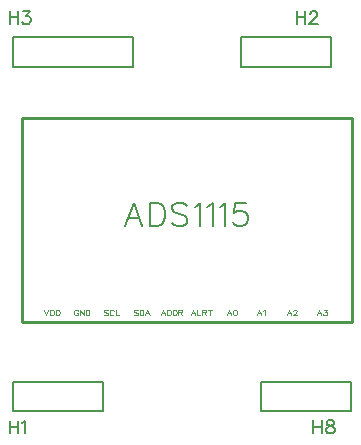
<source format=gto>
G04 Layer: TopSilkscreenLayer*
G04 EasyEDA v6.5.34, 2023-08-29 10:19:29*
G04 49c1189aaea244c0bf5c0b9dc7b8a4ca,07f4848b7c094117bb63b494a1dfdd33,10*
G04 Gerber Generator version 0.2*
G04 Scale: 100 percent, Rotated: No, Reflected: No *
G04 Dimensions in millimeters *
G04 leading zeros omitted , absolute positions ,4 integer and 5 decimal *
%FSLAX45Y45*%
%MOMM*%

%ADD10C,0.2032*%
%ADD11C,0.1016*%
%ADD12C,0.1524*%
%ADD13C,0.2540*%
%ADD14C,0.2030*%
%ADD15C,0.0161*%

%LPD*%
D10*
X4722113Y4345178D02*
G01*
X4648200Y4151376D01*
X4722113Y4345178D02*
G01*
X4796027Y4151376D01*
X4675886Y4215892D02*
G01*
X4768341Y4215892D01*
X4856988Y4345178D02*
G01*
X4856988Y4151376D01*
X4856988Y4345178D02*
G01*
X4921504Y4345178D01*
X4949190Y4336034D01*
X4967731Y4317492D01*
X4977129Y4298950D01*
X4986274Y4271263D01*
X4986274Y4225289D01*
X4977129Y4197350D01*
X4967731Y4179062D01*
X4949190Y4160520D01*
X4921504Y4151376D01*
X4856988Y4151376D01*
X5176520Y4317492D02*
G01*
X5157977Y4336034D01*
X5130291Y4345178D01*
X5093461Y4345178D01*
X5065775Y4336034D01*
X5047234Y4317492D01*
X5047234Y4298950D01*
X5056377Y4280662D01*
X5065775Y4271263D01*
X5084063Y4262120D01*
X5139690Y4243578D01*
X5157977Y4234434D01*
X5167375Y4225289D01*
X5176520Y4206747D01*
X5176520Y4179062D01*
X5157977Y4160520D01*
X5130291Y4151376D01*
X5093461Y4151376D01*
X5065775Y4160520D01*
X5047234Y4179062D01*
X5237479Y4308347D02*
G01*
X5256022Y4317492D01*
X5283708Y4345178D01*
X5283708Y4151376D01*
X5344668Y4308347D02*
G01*
X5363209Y4317492D01*
X5390895Y4345178D01*
X5390895Y4151376D01*
X5451856Y4308347D02*
G01*
X5470143Y4317492D01*
X5497829Y4345178D01*
X5497829Y4151376D01*
X5669788Y4345178D02*
G01*
X5577331Y4345178D01*
X5568188Y4262120D01*
X5577331Y4271263D01*
X5605018Y4280662D01*
X5632704Y4280662D01*
X5660390Y4271263D01*
X5678931Y4252976D01*
X5688329Y4225289D01*
X5688329Y4206747D01*
X5678931Y4179062D01*
X5660390Y4160520D01*
X5632704Y4151376D01*
X5605018Y4151376D01*
X5577331Y4160520D01*
X5568188Y4169663D01*
X5558790Y4188205D01*
D11*
X3962400Y3442207D02*
G01*
X3980941Y3393694D01*
X3999229Y3442207D02*
G01*
X3980941Y3393694D01*
X4014470Y3442207D02*
G01*
X4014470Y3393694D01*
X4014470Y3442207D02*
G01*
X4030725Y3442207D01*
X4037584Y3439921D01*
X4042409Y3435350D01*
X4044695Y3430523D01*
X4046981Y3423665D01*
X4046981Y3412236D01*
X4044695Y3405123D01*
X4042409Y3400552D01*
X4037584Y3395979D01*
X4030725Y3393694D01*
X4014470Y3393694D01*
X4062222Y3442207D02*
G01*
X4062222Y3393694D01*
X4062222Y3442207D02*
G01*
X4078224Y3442207D01*
X4085336Y3439921D01*
X4089908Y3435350D01*
X4092193Y3430523D01*
X4094479Y3423665D01*
X4094479Y3412236D01*
X4092193Y3405123D01*
X4089908Y3400552D01*
X4085336Y3395979D01*
X4078224Y3393694D01*
X4062222Y3393694D01*
X4250943Y3430523D02*
G01*
X4248658Y3435350D01*
X4244086Y3439921D01*
X4239513Y3442207D01*
X4230370Y3442207D01*
X4225543Y3439921D01*
X4220972Y3435350D01*
X4218686Y3430523D01*
X4216400Y3423665D01*
X4216400Y3412236D01*
X4218686Y3405123D01*
X4220972Y3400552D01*
X4225543Y3395979D01*
X4230370Y3393694D01*
X4239513Y3393694D01*
X4244086Y3395979D01*
X4248658Y3400552D01*
X4250943Y3405123D01*
X4250943Y3412236D01*
X4239513Y3412236D02*
G01*
X4250943Y3412236D01*
X4266184Y3442207D02*
G01*
X4266184Y3393694D01*
X4266184Y3442207D02*
G01*
X4298695Y3393694D01*
X4298695Y3442207D02*
G01*
X4298695Y3393694D01*
X4313936Y3442207D02*
G01*
X4313936Y3393694D01*
X4313936Y3442207D02*
G01*
X4329938Y3442207D01*
X4337050Y3439921D01*
X4341622Y3435350D01*
X4343908Y3430523D01*
X4346193Y3423665D01*
X4346193Y3412236D01*
X4343908Y3405123D01*
X4341622Y3400552D01*
X4337050Y3395979D01*
X4329938Y3393694D01*
X4313936Y3393694D01*
X4502658Y3435350D02*
G01*
X4498086Y3439921D01*
X4491227Y3442207D01*
X4481829Y3442207D01*
X4474972Y3439921D01*
X4470400Y3435350D01*
X4470400Y3430523D01*
X4472686Y3425952D01*
X4474972Y3423665D01*
X4479543Y3421379D01*
X4493513Y3416807D01*
X4498086Y3414521D01*
X4500372Y3412236D01*
X4502658Y3407410D01*
X4502658Y3400552D01*
X4498086Y3395979D01*
X4491227Y3393694D01*
X4481829Y3393694D01*
X4474972Y3395979D01*
X4470400Y3400552D01*
X4552695Y3430523D02*
G01*
X4550409Y3435350D01*
X4545584Y3439921D01*
X4541011Y3442207D01*
X4531868Y3442207D01*
X4527295Y3439921D01*
X4522470Y3435350D01*
X4520184Y3430523D01*
X4517897Y3423665D01*
X4517897Y3412236D01*
X4520184Y3405123D01*
X4522470Y3400552D01*
X4527295Y3395979D01*
X4531868Y3393694D01*
X4541011Y3393694D01*
X4545584Y3395979D01*
X4550409Y3400552D01*
X4552695Y3405123D01*
X4567936Y3442207D02*
G01*
X4567936Y3393694D01*
X4567936Y3393694D02*
G01*
X4595622Y3393694D01*
X4756658Y3435350D02*
G01*
X4752086Y3439921D01*
X4745227Y3442207D01*
X4735829Y3442207D01*
X4728972Y3439921D01*
X4724400Y3435350D01*
X4724400Y3430523D01*
X4726686Y3425952D01*
X4728972Y3423665D01*
X4733543Y3421379D01*
X4747513Y3416807D01*
X4752086Y3414521D01*
X4754372Y3412236D01*
X4756658Y3407410D01*
X4756658Y3400552D01*
X4752086Y3395979D01*
X4745227Y3393694D01*
X4735829Y3393694D01*
X4728972Y3395979D01*
X4724400Y3400552D01*
X4771897Y3442207D02*
G01*
X4771897Y3393694D01*
X4771897Y3442207D02*
G01*
X4788154Y3442207D01*
X4795011Y3439921D01*
X4799584Y3435350D01*
X4801870Y3430523D01*
X4804409Y3423665D01*
X4804409Y3412236D01*
X4801870Y3405123D01*
X4799584Y3400552D01*
X4795011Y3395979D01*
X4788154Y3393694D01*
X4771897Y3393694D01*
X4837938Y3442207D02*
G01*
X4819650Y3393694D01*
X4837938Y3442207D02*
G01*
X4856479Y3393694D01*
X4826508Y3409950D02*
G01*
X4849622Y3409950D01*
X4971541Y3442207D02*
G01*
X4953000Y3393694D01*
X4971541Y3442207D02*
G01*
X4989829Y3393694D01*
X4959858Y3409950D02*
G01*
X4982972Y3409950D01*
X5005070Y3442207D02*
G01*
X5005070Y3393694D01*
X5005070Y3442207D02*
G01*
X5021325Y3442207D01*
X5028184Y3439921D01*
X5033009Y3435350D01*
X5035295Y3430523D01*
X5037581Y3423665D01*
X5037581Y3412236D01*
X5035295Y3405123D01*
X5033009Y3400552D01*
X5028184Y3395979D01*
X5021325Y3393694D01*
X5005070Y3393694D01*
X5052822Y3442207D02*
G01*
X5052822Y3393694D01*
X5052822Y3442207D02*
G01*
X5068824Y3442207D01*
X5075936Y3439921D01*
X5080508Y3435350D01*
X5082793Y3430523D01*
X5085079Y3423665D01*
X5085079Y3412236D01*
X5082793Y3405123D01*
X5080508Y3400552D01*
X5075936Y3395979D01*
X5068824Y3393694D01*
X5052822Y3393694D01*
X5100320Y3442207D02*
G01*
X5100320Y3393694D01*
X5100320Y3442207D02*
G01*
X5121147Y3442207D01*
X5128006Y3439921D01*
X5130291Y3437636D01*
X5132577Y3432810D01*
X5132577Y3428237D01*
X5130291Y3423665D01*
X5128006Y3421379D01*
X5121147Y3419094D01*
X5100320Y3419094D01*
X5116575Y3419094D02*
G01*
X5132577Y3393694D01*
X5225541Y3442207D02*
G01*
X5207000Y3393694D01*
X5225541Y3442207D02*
G01*
X5243829Y3393694D01*
X5213858Y3409950D02*
G01*
X5236972Y3409950D01*
X5259070Y3442207D02*
G01*
X5259070Y3393694D01*
X5259070Y3393694D02*
G01*
X5287009Y3393694D01*
X5302250Y3442207D02*
G01*
X5302250Y3393694D01*
X5302250Y3442207D02*
G01*
X5322824Y3442207D01*
X5329936Y3439921D01*
X5332222Y3437636D01*
X5334508Y3432810D01*
X5334508Y3428237D01*
X5332222Y3423665D01*
X5329936Y3421379D01*
X5322824Y3419094D01*
X5302250Y3419094D01*
X5318252Y3419094D02*
G01*
X5334508Y3393694D01*
X5365750Y3442207D02*
G01*
X5365750Y3393694D01*
X5349747Y3442207D02*
G01*
X5382006Y3442207D01*
X5530341Y3442207D02*
G01*
X5511800Y3393694D01*
X5530341Y3442207D02*
G01*
X5548629Y3393694D01*
X5518658Y3409950D02*
G01*
X5541772Y3409950D01*
X5577840Y3442207D02*
G01*
X5570981Y3439921D01*
X5566409Y3432810D01*
X5563870Y3421379D01*
X5563870Y3414521D01*
X5566409Y3402837D01*
X5570981Y3395979D01*
X5577840Y3393694D01*
X5582411Y3393694D01*
X5589270Y3395979D01*
X5594095Y3402837D01*
X5596381Y3414521D01*
X5596381Y3421379D01*
X5594095Y3432810D01*
X5589270Y3439921D01*
X5582411Y3442207D01*
X5577840Y3442207D01*
X5784341Y3442207D02*
G01*
X5765800Y3393694D01*
X5784341Y3442207D02*
G01*
X5802629Y3393694D01*
X5772658Y3409950D02*
G01*
X5795772Y3409950D01*
X5817870Y3432810D02*
G01*
X5822695Y3435350D01*
X5829554Y3442207D01*
X5829554Y3393694D01*
X6038341Y3442207D02*
G01*
X6019800Y3393694D01*
X6038341Y3442207D02*
G01*
X6056629Y3393694D01*
X6026658Y3409950D02*
G01*
X6049772Y3409950D01*
X6074409Y3430523D02*
G01*
X6074409Y3432810D01*
X6076695Y3437636D01*
X6078981Y3439921D01*
X6083554Y3442207D01*
X6092697Y3442207D01*
X6097270Y3439921D01*
X6099809Y3437636D01*
X6102095Y3432810D01*
X6102095Y3428237D01*
X6099809Y3423665D01*
X6094984Y3416807D01*
X6071870Y3393694D01*
X6104381Y3393694D01*
X6292341Y3442207D02*
G01*
X6273800Y3393694D01*
X6292341Y3442207D02*
G01*
X6310629Y3393694D01*
X6280658Y3409950D02*
G01*
X6303772Y3409950D01*
X6330695Y3442207D02*
G01*
X6356095Y3442207D01*
X6342125Y3423665D01*
X6348984Y3423665D01*
X6353809Y3421379D01*
X6356095Y3419094D01*
X6358381Y3412236D01*
X6358381Y3407410D01*
X6356095Y3400552D01*
X6351270Y3395979D01*
X6344411Y3393694D01*
X6337554Y3393694D01*
X6330695Y3395979D01*
X6328409Y3398265D01*
X6325870Y3402837D01*
D12*
X3670300Y2502915D02*
G01*
X3670300Y2393950D01*
X3742943Y2502915D02*
G01*
X3742943Y2393950D01*
X3670300Y2451100D02*
G01*
X3742943Y2451100D01*
X3777234Y2482087D02*
G01*
X3787647Y2487421D01*
X3803395Y2502915D01*
X3803395Y2393950D01*
X6101334Y5968492D02*
G01*
X6101334Y5859271D01*
X6173977Y5968492D02*
G01*
X6173977Y5859271D01*
X6101334Y5916421D02*
G01*
X6173977Y5916421D01*
X6213602Y5942329D02*
G01*
X6213602Y5947663D01*
X6218681Y5958078D01*
X6224015Y5963157D01*
X6234429Y5968492D01*
X6255004Y5968492D01*
X6265418Y5963157D01*
X6270752Y5958078D01*
X6275831Y5947663D01*
X6275831Y5937250D01*
X6270752Y5926836D01*
X6260338Y5911342D01*
X6208268Y5859271D01*
X6281165Y5859271D01*
X3670300Y5968492D02*
G01*
X3670300Y5859271D01*
X3742943Y5968492D02*
G01*
X3742943Y5859271D01*
X3670300Y5916421D02*
G01*
X3742943Y5916421D01*
X3787647Y5968492D02*
G01*
X3844797Y5968492D01*
X3813809Y5926836D01*
X3829304Y5926836D01*
X3839718Y5921502D01*
X3844797Y5916421D01*
X3850131Y5900928D01*
X3850131Y5890513D01*
X3844797Y5874765D01*
X3834384Y5864352D01*
X3818890Y5859271D01*
X3803395Y5859271D01*
X3787647Y5864352D01*
X3782568Y5869686D01*
X3777234Y5880100D01*
X6243065Y2504186D02*
G01*
X6243065Y2395220D01*
X6315709Y2504186D02*
G01*
X6315709Y2395220D01*
X6243065Y2452370D02*
G01*
X6315709Y2452370D01*
X6376161Y2504186D02*
G01*
X6360413Y2499105D01*
X6355334Y2488692D01*
X6355334Y2478278D01*
X6360413Y2467863D01*
X6370827Y2462529D01*
X6391656Y2457450D01*
X6407150Y2452370D01*
X6417563Y2441955D01*
X6422897Y2431542D01*
X6422897Y2415794D01*
X6417563Y2405379D01*
X6412484Y2400300D01*
X6396736Y2395220D01*
X6376161Y2395220D01*
X6360413Y2400300D01*
X6355334Y2405379D01*
X6350000Y2415794D01*
X6350000Y2431542D01*
X6355334Y2441955D01*
X6365747Y2452370D01*
X6381241Y2457450D01*
X6402070Y2462529D01*
X6412484Y2467863D01*
X6417563Y2478278D01*
X6417563Y2488692D01*
X6412484Y2499105D01*
X6396736Y2504186D01*
X6376161Y2504186D01*
D13*
X3771900Y5067300D02*
G01*
X6565900Y5067300D01*
X6565900Y3340100D01*
X3771900Y3340100D01*
X3771900Y5067300D01*
D10*
X4203700Y2832100D02*
G01*
X4457700Y2832100D01*
X4457700Y2580639D01*
X3695700Y2580639D01*
X3695700Y2832100D01*
X4203700Y2832100D01*
X6134100Y5751321D02*
G01*
X6388100Y5751321D01*
X6388100Y5499862D01*
X5626100Y5499862D01*
X5626100Y5751321D01*
X6134100Y5751321D01*
X4711700Y5752592D02*
G01*
X4711700Y5498592D01*
X3695700Y5498592D01*
X3695700Y5752592D01*
X3886200Y5752592D01*
D14*
X4711700Y5752592D02*
G01*
X3886200Y5752592D01*
D10*
X6306565Y2832100D02*
G01*
X6560565Y2832100D01*
X6560565Y2580639D01*
X5798565Y2580639D01*
X5798565Y2832100D01*
X6306565Y2832100D01*
M02*

</source>
